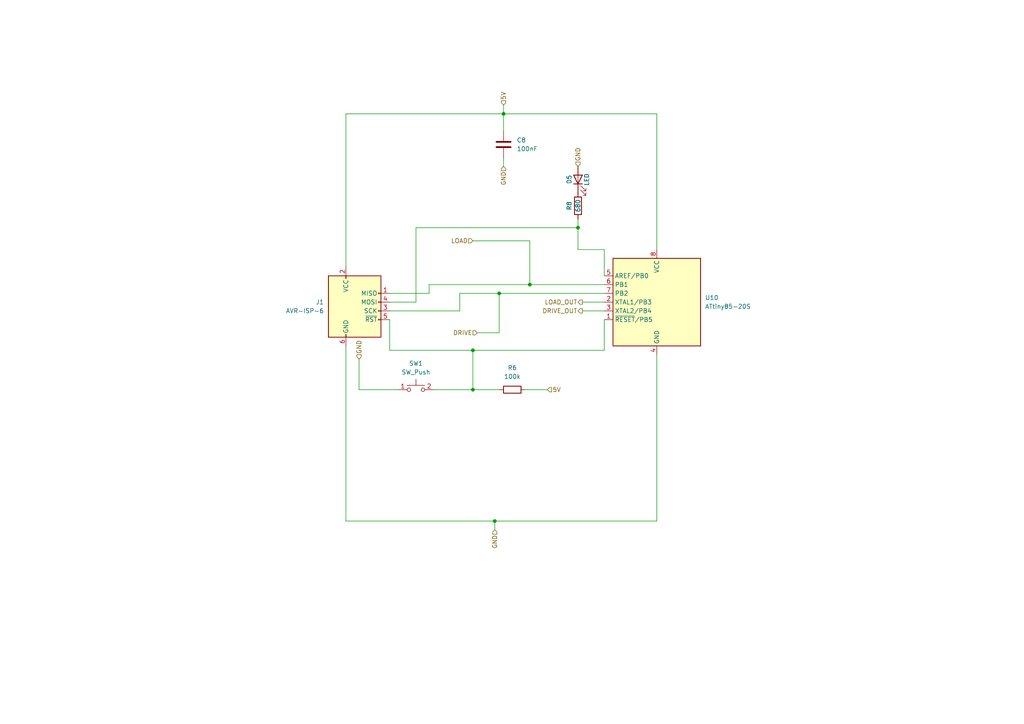
<source format=kicad_sch>
(kicad_sch (version 20211123) (generator eeschema)
  (paper "A4")
  (lib_symbols
    (symbol "Connector:AVR-ISP-6" (pin_names (offset 1.016))
      (property "Reference" "J" (at -6.35 11.43 0))
      (property "Value" "AVR-ISP-6" (at 0 11.43 0))
      (symbol "AVR-ISP-6_0_1"
        (rectangle (start -2.667 -6.858) (end -2.413 -7.62))
        (rectangle (start -2.667 10.16) (end -2.413 9.398))
        (rectangle (start 7.62 -2.413) (end 6.858 -2.667))
        (rectangle (start 7.62 0.127) (end 6.858 -0.127))
        (rectangle (start 7.62 2.667) (end 6.858 2.413))
        (rectangle (start 7.62 5.207) (end 6.858 4.953))
        (rectangle (start 7.62 10.16) (end -7.62 -7.62) (stroke (width 0.254)) (fill (type background)))
      )
      (symbol "AVR-ISP-6_1_1"
        (pin passive line (at 10.16 5.08 180) (length 2.54) (name "MISO") (number "1"))
        (pin passive line (at -2.54 12.7 270) (length 2.54) (name "VCC") (number "2"))
        (pin passive line (at 10.16 0 180) (length 2.54) (name "SCK") (number "3"))
        (pin passive line (at 10.16 2.54 180) (length 2.54) (name "MOSI") (number "4"))
        (pin passive line (at 10.16 -2.54 180) (length 2.54) (name "~{RST}") (number "5"))
        (pin passive line (at -2.54 -10.16 90) (length 2.54) (name "GND") (number "6"))
      )
    )
    (symbol "Device:C" (pin_numbers hide) (pin_names (offset 0.254))
      (property "Reference" "C" (at 0.635 2.54 0))
      (property "Value" "C" (at 0.635 -2.54 0))
      (symbol "C_0_1"
        (polyline (pts (xy -2.032 -0.762) (xy 2.032 -0.762)) (stroke (width 0.508)))
        (polyline (pts (xy -2.032 0.762) (xy 2.032 0.762)) (stroke (width 0.508)))
      )
      (symbol "C_1_1"
        (pin passive line (at 0 3.81 270) (length 2.794) (name "~") (number "1"))
        (pin passive line (at 0 -3.81 90) (length 2.794) (name "~") (number "2"))
      )
    )
    (symbol "Device:LED" (pin_numbers hide) (pin_names (offset 1.016) hide)
      (property "Reference" "D" (at 0 2.54 0))
      (property "Value" "LED" (at 0 -2.54 0))
      (symbol "LED_0_1"
        (polyline (pts (xy -1.27 -1.27) (xy -1.27 1.27)) (stroke (width 0.254)))
        (polyline (pts (xy -1.27 0) (xy 1.27 0)))
        (polyline (pts (xy 1.27 -1.27) (xy 1.27 1.27) (xy -1.27 0) (xy 1.27 -1.27)) (stroke (width 0.254)))
        (polyline (pts (xy -3.048 -0.762) (xy -4.572 -2.286) (xy -3.81 -2.286) (xy -4.572 -2.286) (xy -4.572 -1.524)))
        (polyline (pts (xy -1.778 -0.762) (xy -3.302 -2.286) (xy -2.54 -2.286) (xy -3.302 -2.286) (xy -3.302 -1.524)))
      )
      (symbol "LED_1_1"
        (pin passive line (at -3.81 0 0) (length 2.54) (name "K") (number "1"))
        (pin passive line (at 3.81 0 180) (length 2.54) (name "A") (number "2"))
      )
    )
    (symbol "Device:R" (pin_numbers hide) (pin_names (offset 0))
      (property "Reference" "R" (at 2.032 0 90))
      (property "Value" "R" (at 0 0 90))
      (symbol "R_0_1"
        (rectangle (start -1.016 -2.54) (end 1.016 2.54) (stroke (width 0.254)))
      )
      (symbol "R_1_1"
        (pin passive line (at 0 3.81 270) (length 1.27) (name "~") (number "1"))
        (pin passive line (at 0 -3.81 90) (length 1.27) (name "~") (number "2"))
      )
    )
    (symbol "Eralp's Library:SW_Push" (pin_names (offset 1.016) hide)
      (property "Reference" "SW" (at 1.27 2.54 0))
      (property "Value" "SW_Push" (at 0 -1.524 0))
      (symbol "SW_Push_0_1"
        (circle (center -2.032 0) (radius 0.508))
        (polyline (pts (xy 0 1.27) (xy 0 3.048)))
        (polyline (pts (xy 2.54 1.27) (xy -2.54 1.27)))
        (circle (center 2.032 0) (radius 0.508))
        (pin passive line (at -5.08 0 0) (length 2.54) (name "1") (number "1"))
        (pin passive line (at 5.08 0 180) (length 2.54) (name "2") (number "2"))
      )
    )
    (symbol "MCU_Microchip_ATtiny:ATtiny85-20S"
      (property "Reference" "U" (at -12.7 13.97 0))
      (property "Value" "ATtiny85-20S" (at 2.54 -13.97 0))
      (symbol "ATtiny85-20S_0_1"
        (rectangle (start -12.7 -12.7) (end 12.7 12.7) (stroke (width 0.254)) (fill (type background)))
      )
      (symbol "ATtiny85-20S_1_1"
        (pin bidirectional line (at 15.24 -5.08 180) (length 2.54) (name "~{RESET}/PB5") (number "1"))
        (pin bidirectional line (at 15.24 0 180) (length 2.54) (name "XTAL1/PB3") (number "2"))
        (pin bidirectional line (at 15.24 -2.54 180) (length 2.54) (name "XTAL2/PB4") (number "3"))
        (pin power_in line (at 0 -15.24 90) (length 2.54) (name "GND") (number "4"))
        (pin bidirectional line (at 15.24 7.62 180) (length 2.54) (name "AREF/PB0") (number "5"))
        (pin bidirectional line (at 15.24 5.08 180) (length 2.54) (name "PB1") (number "6"))
        (pin bidirectional line (at 15.24 2.54 180) (length 2.54) (name "PB2") (number "7"))
        (pin power_in line (at 0 15.24 270) (length 2.54) (name "VCC") (number "8"))
      )
    )
  )
  (junction (at 167.64 66.04))
  (junction (at 137.16 113.03))
  (junction (at 153.67 82.55))
  (junction (at 144.78 85.09))
  (junction (at 146.05 33.02))
  (junction (at 143.51 151.13))
  (junction (at 137.16 101.6))
  (wire (pts (xy 175.26 72.39) (xy 175.26 80.01)))
  (wire (pts (xy 113.03 92.71) (xy 113.03 101.6)))
  (wire (pts (xy 104.14 104.14) (xy 104.14 113.03)))
  (wire (pts (xy 190.5 102.87) (xy 190.5 151.13)))
  (wire (pts (xy 100.33 33.02) (xy 146.05 33.02)))
  (wire (pts (xy 113.03 90.17) (xy 133.35 90.17)))
  (wire (pts (xy 146.05 33.02) (xy 146.05 38.1)))
  (wire (pts (xy 137.16 113.03) (xy 144.78 113.03)))
  (wire (pts (xy 143.51 151.13) (xy 190.5 151.13)))
  (wire (pts (xy 167.64 72.39) (xy 175.26 72.39)))
  (wire (pts (xy 133.35 90.17) (xy 133.35 85.09)))
  (wire (pts (xy 144.78 85.09) (xy 175.26 85.09)))
  (wire (pts (xy 113.03 101.6) (xy 137.16 101.6)))
  (wire (pts (xy 100.33 100.33) (xy 100.33 151.13)))
  (wire (pts (xy 168.91 87.63) (xy 175.26 87.63)))
  (wire (pts (xy 100.33 77.47) (xy 100.33 33.02)))
  (wire (pts (xy 113.03 87.63) (xy 120.65 87.63)))
  (wire (pts (xy 113.03 85.09) (xy 124.46 85.09)))
  (wire (pts (xy 137.16 101.6) (xy 175.26 101.6)))
  (wire (pts (xy 153.67 69.85) (xy 137.16 69.85)))
  (wire (pts (xy 144.78 85.09) (xy 144.78 96.52)))
  (wire (pts (xy 143.51 151.13) (xy 143.51 153.67)))
  (wire (pts (xy 120.65 87.63) (xy 120.65 66.04)))
  (wire (pts (xy 144.78 96.52) (xy 138.43 96.52)))
  (wire (pts (xy 167.64 63.5) (xy 167.64 66.04)))
  (wire (pts (xy 146.05 30.48) (xy 146.05 33.02)))
  (wire (pts (xy 104.14 113.03) (xy 115.57 113.03)))
  (wire (pts (xy 152.4 113.03) (xy 158.75 113.03)))
  (wire (pts (xy 146.05 45.72) (xy 146.05 48.26)))
  (wire (pts (xy 133.35 85.09) (xy 144.78 85.09)))
  (wire (pts (xy 124.46 85.09) (xy 124.46 82.55)))
  (wire (pts (xy 167.64 66.04) (xy 167.64 72.39)))
  (wire (pts (xy 175.26 101.6) (xy 175.26 92.71)))
  (wire (pts (xy 137.16 101.6) (xy 137.16 113.03)))
  (wire (pts (xy 153.67 82.55) (xy 175.26 82.55)))
  (wire (pts (xy 146.05 33.02) (xy 190.5 33.02)))
  (wire (pts (xy 190.5 33.02) (xy 190.5 72.39)))
  (wire (pts (xy 125.73 113.03) (xy 137.16 113.03)))
  (wire (pts (xy 120.65 66.04) (xy 167.64 66.04)))
  (wire (pts (xy 124.46 82.55) (xy 153.67 82.55)))
  (wire (pts (xy 168.91 90.17) (xy 175.26 90.17)))
  (wire (pts (xy 153.67 69.85) (xy 153.67 82.55)))
  (wire (pts (xy 100.33 151.13) (xy 143.51 151.13)))
  (hierarchical_label "GND" (shape input) (at 104.14 104.14 90))
  (hierarchical_label "DRIVE_OUT" (shape output) (at 168.91 90.17 180))
  (hierarchical_label "GND" (shape input) (at 143.51 153.67 270))
  (hierarchical_label "LOAD_OUT" (shape output) (at 168.91 87.63 180))
  (hierarchical_label "GND" (shape input) (at 167.64 48.26 90))
  (hierarchical_label "5V" (shape input) (at 158.75 113.03 0))
  (hierarchical_label "DRIVE" (shape input) (at 138.43 96.52 180))
  (hierarchical_label "GND" (shape input) (at 146.05 48.26 270))
  (hierarchical_label "LOAD" (shape input) (at 137.16 69.85 180))
  (hierarchical_label "5V" (shape input) (at 146.05 30.48 90))
  (symbol (lib_id "MCU_Microchip_ATtiny:ATtiny85-20S") (at 190.5 87.63 0) (mirror y) (unit 1)
    (property "Reference" "U10" (at 204.47 86.3599 0) (effects (justify right)))
    (property "Value" "ATtiny85-20S" (at 204.47 88.8999 0) (effects (justify right)))
    (property "Footprint" "Package_SO:SOIC-8W_5.3x5.3mm_P1.27mm" (effects hide))
    (property "Datasheet" "http://ww1.microchip.com/downloads/en/DeviceDoc/atmel-2586-avr-8-bit-microcontroller-attiny25-attiny45-attiny85_datasheet.pdf" (effects hide))
  )
  (symbol (lib_id "Device:R") (at 167.64 59.69 180) (unit 1)
    (property "Reference" "R8" (at 165.1 59.69 90))
    (property "Value" "680" (at 167.64 59.69 90))
    (property "Footprint" "Resistor_SMD:R_0805_2012Metric_Pad1.20x1.40mm_HandSolder" (effects hide))
  )
  (symbol (lib_id "Device:C") (at 146.05 41.91 0) (unit 1)
    (property "Reference" "C8" (at 149.86 40.6399 0) (effects (justify left)))
    (property "Value" "100nF" (at 149.86 43.1799 0) (effects (justify left)))
    (property "Footprint" "Capacitor_SMD:C_0805_2012Metric_Pad1.18x1.45mm_HandSolder" (effects hide))
  )
  (symbol (lib_id "Connector:AVR-ISP-6") (at 102.87 90.17 0) (unit 1)
    (property "Reference" "J1" (at 93.98 87.6299 0) (effects (justify right)))
    (property "Value" "AVR-ISP-6" (at 93.98 90.1699 0) (effects (justify right)))
    (property "Footprint" "Connector_PinHeader_2.54mm:PinHeader_2x03_P2.54mm_Vertical" (effects hide))
    (property "Datasheet" " ~" (effects hide))
  )
  (symbol (lib_id "Device:R") (at 148.59 113.03 90) (unit 1)
    (property "Reference" "R6" (at 148.59 106.68 90))
    (property "Value" "100k" (at 148.59 109.22 90))
    (property "Footprint" "Resistor_SMD:R_0805_2012Metric_Pad1.20x1.40mm_HandSolder" (effects hide))
  )
  (symbol (lib_id "Device:LED") (at 167.64 52.07 90) (unit 1)
    (property "Reference" "D5" (at 165.1 52.07 0))
    (property "Value" "LED" (at 170.18 52.07 0))
    (property "Footprint" "LED_SMD:LED_0805_2012Metric_Pad1.15x1.40mm_HandSolder" (effects hide))
  )
  (symbol (lib_id "Eralp's Library:SW_Push") (at 120.65 113.03 0) (unit 1)
    (property "Reference" "SW1" (at 120.65 105.41 0))
    (property "Value" "SW_Push" (at 120.65 107.95 0))
    (property "Footprint" "Button_Switch_SMD:13019319" (effects hide))
  )
)
</source>
